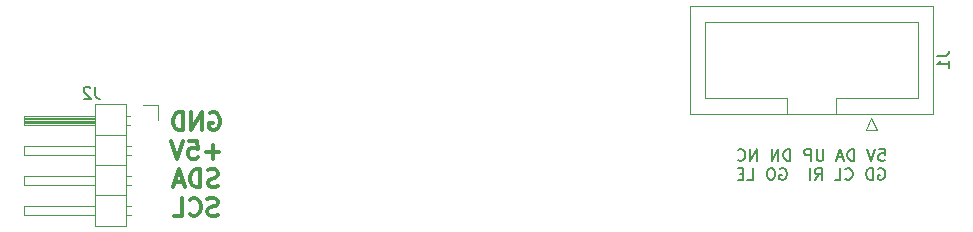
<source format=gbr>
%TF.GenerationSoftware,KiCad,Pcbnew,(6.0.1)*%
%TF.CreationDate,2022-02-12T14:12:32-06:00*%
%TF.ProjectId,sawsetter_buttons,73617773-6574-4746-9572-5f627574746f,rev?*%
%TF.SameCoordinates,Original*%
%TF.FileFunction,Legend,Bot*%
%TF.FilePolarity,Positive*%
%FSLAX46Y46*%
G04 Gerber Fmt 4.6, Leading zero omitted, Abs format (unit mm)*
G04 Created by KiCad (PCBNEW (6.0.1)) date 2022-02-12 14:12:32*
%MOMM*%
%LPD*%
G01*
G04 APERTURE LIST*
%ADD10C,0.300000*%
%ADD11C,0.150000*%
%ADD12C,0.120000*%
G04 APERTURE END LIST*
D10*
X131952857Y-94687500D02*
X132095714Y-94616071D01*
X132310000Y-94616071D01*
X132524285Y-94687500D01*
X132667142Y-94830357D01*
X132738571Y-94973214D01*
X132810000Y-95258928D01*
X132810000Y-95473214D01*
X132738571Y-95758928D01*
X132667142Y-95901785D01*
X132524285Y-96044642D01*
X132310000Y-96116071D01*
X132167142Y-96116071D01*
X131952857Y-96044642D01*
X131881428Y-95973214D01*
X131881428Y-95473214D01*
X132167142Y-95473214D01*
X131238571Y-96116071D02*
X131238571Y-94616071D01*
X130381428Y-96116071D01*
X130381428Y-94616071D01*
X129667142Y-96116071D02*
X129667142Y-94616071D01*
X129310000Y-94616071D01*
X129095714Y-94687500D01*
X128952857Y-94830357D01*
X128881428Y-94973214D01*
X128810000Y-95258928D01*
X128810000Y-95473214D01*
X128881428Y-95758928D01*
X128952857Y-95901785D01*
X129095714Y-96044642D01*
X129310000Y-96116071D01*
X129667142Y-96116071D01*
X132738571Y-97959642D02*
X131595714Y-97959642D01*
X132167142Y-98531071D02*
X132167142Y-97388214D01*
X130167142Y-97031071D02*
X130881428Y-97031071D01*
X130952857Y-97745357D01*
X130881428Y-97673928D01*
X130738571Y-97602500D01*
X130381428Y-97602500D01*
X130238571Y-97673928D01*
X130167142Y-97745357D01*
X130095714Y-97888214D01*
X130095714Y-98245357D01*
X130167142Y-98388214D01*
X130238571Y-98459642D01*
X130381428Y-98531071D01*
X130738571Y-98531071D01*
X130881428Y-98459642D01*
X130952857Y-98388214D01*
X129667142Y-97031071D02*
X129167142Y-98531071D01*
X128667142Y-97031071D01*
X132631428Y-100874642D02*
X132417142Y-100946071D01*
X132060000Y-100946071D01*
X131917142Y-100874642D01*
X131845714Y-100803214D01*
X131774285Y-100660357D01*
X131774285Y-100517500D01*
X131845714Y-100374642D01*
X131917142Y-100303214D01*
X132060000Y-100231785D01*
X132345714Y-100160357D01*
X132488571Y-100088928D01*
X132560000Y-100017500D01*
X132631428Y-99874642D01*
X132631428Y-99731785D01*
X132560000Y-99588928D01*
X132488571Y-99517500D01*
X132345714Y-99446071D01*
X131988571Y-99446071D01*
X131774285Y-99517500D01*
X131131428Y-100946071D02*
X131131428Y-99446071D01*
X130774285Y-99446071D01*
X130560000Y-99517500D01*
X130417142Y-99660357D01*
X130345714Y-99803214D01*
X130274285Y-100088928D01*
X130274285Y-100303214D01*
X130345714Y-100588928D01*
X130417142Y-100731785D01*
X130560000Y-100874642D01*
X130774285Y-100946071D01*
X131131428Y-100946071D01*
X129702857Y-100517500D02*
X128988571Y-100517500D01*
X129845714Y-100946071D02*
X129345714Y-99446071D01*
X128845714Y-100946071D01*
X132595714Y-103289642D02*
X132381428Y-103361071D01*
X132024285Y-103361071D01*
X131881428Y-103289642D01*
X131810000Y-103218214D01*
X131738571Y-103075357D01*
X131738571Y-102932500D01*
X131810000Y-102789642D01*
X131881428Y-102718214D01*
X132024285Y-102646785D01*
X132310000Y-102575357D01*
X132452857Y-102503928D01*
X132524285Y-102432500D01*
X132595714Y-102289642D01*
X132595714Y-102146785D01*
X132524285Y-102003928D01*
X132452857Y-101932500D01*
X132310000Y-101861071D01*
X131952857Y-101861071D01*
X131738571Y-101932500D01*
X130238571Y-103218214D02*
X130310000Y-103289642D01*
X130524285Y-103361071D01*
X130667142Y-103361071D01*
X130881428Y-103289642D01*
X131024285Y-103146785D01*
X131095714Y-103003928D01*
X131167142Y-102718214D01*
X131167142Y-102503928D01*
X131095714Y-102218214D01*
X131024285Y-102075357D01*
X130881428Y-101932500D01*
X130667142Y-101861071D01*
X130524285Y-101861071D01*
X130310000Y-101932500D01*
X130238571Y-102003928D01*
X128881428Y-103361071D02*
X129595714Y-103361071D01*
X129595714Y-101861071D01*
D11*
X188594285Y-97707380D02*
X189070476Y-97707380D01*
X189118095Y-98183571D01*
X189070476Y-98135952D01*
X188975238Y-98088333D01*
X188737142Y-98088333D01*
X188641904Y-98135952D01*
X188594285Y-98183571D01*
X188546666Y-98278809D01*
X188546666Y-98516904D01*
X188594285Y-98612142D01*
X188641904Y-98659761D01*
X188737142Y-98707380D01*
X188975238Y-98707380D01*
X189070476Y-98659761D01*
X189118095Y-98612142D01*
X188260952Y-97707380D02*
X187927619Y-98707380D01*
X187594285Y-97707380D01*
X186499047Y-98707380D02*
X186499047Y-97707380D01*
X186260952Y-97707380D01*
X186118095Y-97755000D01*
X186022857Y-97850238D01*
X185975238Y-97945476D01*
X185927619Y-98135952D01*
X185927619Y-98278809D01*
X185975238Y-98469285D01*
X186022857Y-98564523D01*
X186118095Y-98659761D01*
X186260952Y-98707380D01*
X186499047Y-98707380D01*
X185546666Y-98421666D02*
X185070476Y-98421666D01*
X185641904Y-98707380D02*
X185308571Y-97707380D01*
X184975238Y-98707380D01*
X183880000Y-97707380D02*
X183880000Y-98516904D01*
X183832380Y-98612142D01*
X183784761Y-98659761D01*
X183689523Y-98707380D01*
X183499047Y-98707380D01*
X183403809Y-98659761D01*
X183356190Y-98612142D01*
X183308571Y-98516904D01*
X183308571Y-97707380D01*
X182832380Y-98707380D02*
X182832380Y-97707380D01*
X182451428Y-97707380D01*
X182356190Y-97755000D01*
X182308571Y-97802619D01*
X182260952Y-97897857D01*
X182260952Y-98040714D01*
X182308571Y-98135952D01*
X182356190Y-98183571D01*
X182451428Y-98231190D01*
X182832380Y-98231190D01*
X181070476Y-98707380D02*
X181070476Y-97707380D01*
X180832380Y-97707380D01*
X180689523Y-97755000D01*
X180594285Y-97850238D01*
X180546666Y-97945476D01*
X180499047Y-98135952D01*
X180499047Y-98278809D01*
X180546666Y-98469285D01*
X180594285Y-98564523D01*
X180689523Y-98659761D01*
X180832380Y-98707380D01*
X181070476Y-98707380D01*
X180070476Y-98707380D02*
X180070476Y-97707380D01*
X179499047Y-98707380D01*
X179499047Y-97707380D01*
X178260952Y-98707380D02*
X178260952Y-97707380D01*
X177689523Y-98707380D01*
X177689523Y-97707380D01*
X176641904Y-98612142D02*
X176689523Y-98659761D01*
X176832380Y-98707380D01*
X176927619Y-98707380D01*
X177070476Y-98659761D01*
X177165714Y-98564523D01*
X177213333Y-98469285D01*
X177260952Y-98278809D01*
X177260952Y-98135952D01*
X177213333Y-97945476D01*
X177165714Y-97850238D01*
X177070476Y-97755000D01*
X176927619Y-97707380D01*
X176832380Y-97707380D01*
X176689523Y-97755000D01*
X176641904Y-97802619D01*
X188546666Y-99365000D02*
X188641904Y-99317380D01*
X188784761Y-99317380D01*
X188927619Y-99365000D01*
X189022857Y-99460238D01*
X189070476Y-99555476D01*
X189118095Y-99745952D01*
X189118095Y-99888809D01*
X189070476Y-100079285D01*
X189022857Y-100174523D01*
X188927619Y-100269761D01*
X188784761Y-100317380D01*
X188689523Y-100317380D01*
X188546666Y-100269761D01*
X188499047Y-100222142D01*
X188499047Y-99888809D01*
X188689523Y-99888809D01*
X188070476Y-100317380D02*
X188070476Y-99317380D01*
X187832380Y-99317380D01*
X187689523Y-99365000D01*
X187594285Y-99460238D01*
X187546666Y-99555476D01*
X187499047Y-99745952D01*
X187499047Y-99888809D01*
X187546666Y-100079285D01*
X187594285Y-100174523D01*
X187689523Y-100269761D01*
X187832380Y-100317380D01*
X188070476Y-100317380D01*
X185737142Y-100222142D02*
X185784761Y-100269761D01*
X185927619Y-100317380D01*
X186022857Y-100317380D01*
X186165714Y-100269761D01*
X186260952Y-100174523D01*
X186308571Y-100079285D01*
X186356190Y-99888809D01*
X186356190Y-99745952D01*
X186308571Y-99555476D01*
X186260952Y-99460238D01*
X186165714Y-99365000D01*
X186022857Y-99317380D01*
X185927619Y-99317380D01*
X185784761Y-99365000D01*
X185737142Y-99412619D01*
X184832380Y-100317380D02*
X185308571Y-100317380D01*
X185308571Y-99317380D01*
X183165714Y-100317380D02*
X183499047Y-99841190D01*
X183737142Y-100317380D02*
X183737142Y-99317380D01*
X183356190Y-99317380D01*
X183260952Y-99365000D01*
X183213333Y-99412619D01*
X183165714Y-99507857D01*
X183165714Y-99650714D01*
X183213333Y-99745952D01*
X183260952Y-99793571D01*
X183356190Y-99841190D01*
X183737142Y-99841190D01*
X182737142Y-100317380D02*
X182737142Y-99317380D01*
X180213333Y-99365000D02*
X180308571Y-99317380D01*
X180451428Y-99317380D01*
X180594285Y-99365000D01*
X180689523Y-99460238D01*
X180737142Y-99555476D01*
X180784761Y-99745952D01*
X180784761Y-99888809D01*
X180737142Y-100079285D01*
X180689523Y-100174523D01*
X180594285Y-100269761D01*
X180451428Y-100317380D01*
X180356190Y-100317380D01*
X180213333Y-100269761D01*
X180165714Y-100222142D01*
X180165714Y-99888809D01*
X180356190Y-99888809D01*
X179546666Y-99317380D02*
X179356190Y-99317380D01*
X179260952Y-99365000D01*
X179165714Y-99460238D01*
X179118095Y-99650714D01*
X179118095Y-99984047D01*
X179165714Y-100174523D01*
X179260952Y-100269761D01*
X179356190Y-100317380D01*
X179546666Y-100317380D01*
X179641904Y-100269761D01*
X179737142Y-100174523D01*
X179784761Y-99984047D01*
X179784761Y-99650714D01*
X179737142Y-99460238D01*
X179641904Y-99365000D01*
X179546666Y-99317380D01*
X177451428Y-100317380D02*
X177927619Y-100317380D01*
X177927619Y-99317380D01*
X177118095Y-99793571D02*
X176784761Y-99793571D01*
X176641904Y-100317380D02*
X177118095Y-100317380D01*
X177118095Y-99317380D01*
X176641904Y-99317380D01*
%TO.C,J1*%
X193512380Y-89836666D02*
X194226666Y-89836666D01*
X194369523Y-89789047D01*
X194464761Y-89693809D01*
X194512380Y-89550952D01*
X194512380Y-89455714D01*
X194512380Y-90836666D02*
X194512380Y-90265238D01*
X194512380Y-90550952D02*
X193512380Y-90550952D01*
X193655238Y-90455714D01*
X193750476Y-90360476D01*
X193798095Y-90265238D01*
%TO.C,J2*%
X122243333Y-92442380D02*
X122243333Y-93156666D01*
X122290952Y-93299523D01*
X122386190Y-93394761D01*
X122529047Y-93442380D01*
X122624285Y-93442380D01*
X121814761Y-92537619D02*
X121767142Y-92490000D01*
X121671904Y-92442380D01*
X121433809Y-92442380D01*
X121338571Y-92490000D01*
X121290952Y-92537619D01*
X121243333Y-92632857D01*
X121243333Y-92728095D01*
X121290952Y-92870952D01*
X121862380Y-93442380D01*
X121243333Y-93442380D01*
D12*
%TO.C,J1*%
X187960000Y-95120000D02*
X188460000Y-96120000D01*
X193170000Y-94730000D02*
X193170000Y-85610000D01*
X188460000Y-96120000D02*
X187460000Y-96120000D01*
X173890000Y-86920000D02*
X173890000Y-93420000D01*
X172590000Y-94730000D02*
X193170000Y-94730000D01*
X180830000Y-93420000D02*
X180830000Y-93420000D01*
X180830000Y-93420000D02*
X180830000Y-94730000D01*
X173890000Y-93420000D02*
X180830000Y-93420000D01*
X184930000Y-93420000D02*
X191870000Y-93420000D01*
X191870000Y-93420000D02*
X191870000Y-86920000D01*
X172590000Y-85610000D02*
X172590000Y-94730000D01*
X193170000Y-85610000D02*
X172590000Y-85610000D01*
X184930000Y-94730000D02*
X184930000Y-93420000D01*
X187460000Y-96120000D02*
X187960000Y-95120000D01*
X191870000Y-86920000D02*
X173890000Y-86920000D01*
%TO.C,J2*%
X116195000Y-99960000D02*
X116195000Y-100720000D01*
X122195000Y-95180000D02*
X116195000Y-95180000D01*
X122195000Y-99960000D02*
X116195000Y-99960000D01*
X122195000Y-95060000D02*
X116195000Y-95060000D01*
X116195000Y-103260000D02*
X122195000Y-103260000D01*
X122195000Y-95420000D02*
X116195000Y-95420000D01*
X124855000Y-93930000D02*
X124855000Y-104210000D01*
X125252071Y-103260000D02*
X124855000Y-103260000D01*
X122195000Y-97420000D02*
X116195000Y-97420000D01*
X122195000Y-94940000D02*
X116195000Y-94940000D01*
X124855000Y-99070000D02*
X122195000Y-99070000D01*
X116195000Y-97420000D02*
X116195000Y-98180000D01*
X125252071Y-99960000D02*
X124855000Y-99960000D01*
X122195000Y-94880000D02*
X116195000Y-94880000D01*
X125185000Y-94880000D02*
X124855000Y-94880000D01*
X124855000Y-101610000D02*
X122195000Y-101610000D01*
X124855000Y-96530000D02*
X122195000Y-96530000D01*
X127565000Y-93990000D02*
X126295000Y-93990000D01*
X122195000Y-104210000D02*
X122195000Y-93930000D01*
X127565000Y-95260000D02*
X127565000Y-93990000D01*
X116195000Y-100720000D02*
X122195000Y-100720000D01*
X125252071Y-102500000D02*
X124855000Y-102500000D01*
X116195000Y-102500000D02*
X116195000Y-103260000D01*
X125252071Y-100720000D02*
X124855000Y-100720000D01*
X124855000Y-104210000D02*
X122195000Y-104210000D01*
X116195000Y-94880000D02*
X116195000Y-95640000D01*
X125252071Y-98180000D02*
X124855000Y-98180000D01*
X122195000Y-95540000D02*
X116195000Y-95540000D01*
X122195000Y-93930000D02*
X124855000Y-93930000D01*
X116195000Y-95640000D02*
X122195000Y-95640000D01*
X125185000Y-95640000D02*
X124855000Y-95640000D01*
X116195000Y-98180000D02*
X122195000Y-98180000D01*
X122195000Y-102500000D02*
X116195000Y-102500000D01*
X122195000Y-95300000D02*
X116195000Y-95300000D01*
X125252071Y-97420000D02*
X124855000Y-97420000D01*
%TD*%
M02*

</source>
